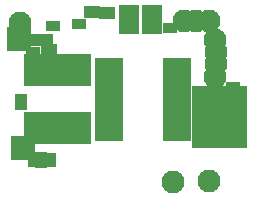
<source format=gbr>
G04 EAGLE Gerber RS-274X export*
G75*
%MOMM*%
%FSLAX34Y34*%
%LPD*%
%INSoldermask Bottom*%
%IPPOS*%
%AMOC8*
5,1,8,0,0,1.08239X$1,22.5*%
G01*
%ADD10R,1.230000X2.788500*%
%ADD11R,1.763400X1.191300*%
%ADD12R,0.840000X0.990000*%
%ADD13R,0.990000X0.840000*%
%ADD14R,0.850000X0.750000*%
%ADD15R,0.750000X0.850000*%
%ADD16R,2.372400X1.220400*%
%ADD17R,2.461800X2.811800*%
%ADD18R,2.153600X2.153600*%
%ADD19C,1.934400*%


D10*
X54600Y56466D03*
X48200Y56466D03*
X41800Y56466D03*
X35400Y56466D03*
X29000Y56466D03*
X22600Y56466D03*
X16200Y56466D03*
X9800Y56466D03*
X9800Y105934D03*
X16200Y105934D03*
X22600Y105934D03*
X29000Y105934D03*
X35400Y105934D03*
X41800Y105934D03*
X48200Y105934D03*
X54600Y105934D03*
D11*
X111813Y155000D03*
X111813Y148500D03*
X111813Y142000D03*
X92387Y142000D03*
X92387Y148500D03*
X92387Y155000D03*
D12*
X16250Y130800D03*
X11150Y130800D03*
X58850Y154700D03*
X63950Y154700D03*
X71550Y153800D03*
X76650Y153800D03*
X21950Y122600D03*
X27050Y122600D03*
D13*
X900Y76250D03*
X900Y81350D03*
X18100Y32250D03*
X18100Y27150D03*
D14*
X26500Y27300D03*
X26500Y32300D03*
D15*
X30400Y142700D03*
X25400Y142700D03*
X47400Y144400D03*
X52400Y144400D03*
X19900Y131900D03*
X24900Y131900D03*
X178200Y91100D03*
X183200Y91100D03*
X129600Y141700D03*
X124600Y141700D03*
D16*
X132783Y110250D03*
X132783Y103750D03*
X132783Y97250D03*
X132783Y90750D03*
X132783Y84250D03*
X132783Y77750D03*
X132783Y71250D03*
X132783Y64750D03*
X132783Y58250D03*
X132783Y51750D03*
X75217Y51750D03*
X75217Y58250D03*
X75217Y64750D03*
X75217Y71250D03*
X75217Y77750D03*
X75217Y84250D03*
X75217Y90750D03*
X75217Y97250D03*
X75217Y103750D03*
X75217Y110250D03*
D14*
X11500Y32400D03*
X11500Y27400D03*
D15*
X9100Y121200D03*
X14100Y121200D03*
D17*
X180250Y53000D03*
X157750Y53000D03*
X157750Y79000D03*
X180250Y79000D03*
D18*
X-800Y131700D03*
X3200Y39600D03*
D19*
X165700Y131000D03*
X165300Y99500D03*
X166000Y111100D03*
X139300Y147100D03*
X130100Y11100D03*
X165800Y121100D03*
X149600Y147100D03*
X160100Y147200D03*
X160300Y11600D03*
X200Y145300D03*
M02*

</source>
